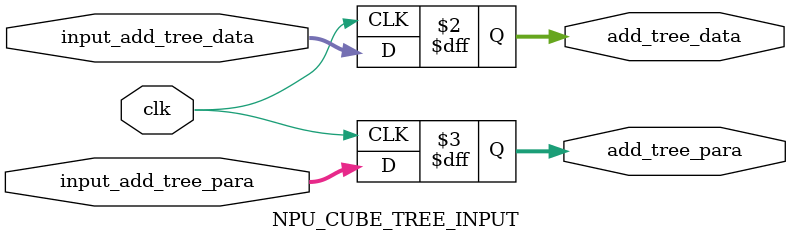
<source format=v>
module NPU_CUBE_TREE_INPUT(
    clk,
    input_add_tree_data,
    input_add_tree_para,
    add_tree_data,
    add_tree_para
);

parameter DWA = 8;
parameter DWB = 8;
//3bit: [2]=~+1  [1][0]=*
parameter DWB_CODE = 12;
parameter DWS = 21;
parameter NPU_CUBE_MAC_NUM = 8;
parameter SIGNED_A = 0;
parameter DWM = DWA + DWB;
parameter DWPRODUCT = 19;
parameter DWOUPUT =   19;
parameter DWPPLEN =   9;

input clk;
input [DWA*NPU_CUBE_MAC_NUM-1:0] input_add_tree_data;
input [DWB*NPU_CUBE_MAC_NUM-1:0] input_add_tree_para;

output reg [DWA*NPU_CUBE_MAC_NUM-1:0] add_tree_data;
output reg [DWB*NPU_CUBE_MAC_NUM-1:0] add_tree_para;

always @ (posedge clk)
begin
    add_tree_data <= input_add_tree_data;
    add_tree_para <= input_add_tree_para;
end

endmodule
</source>
